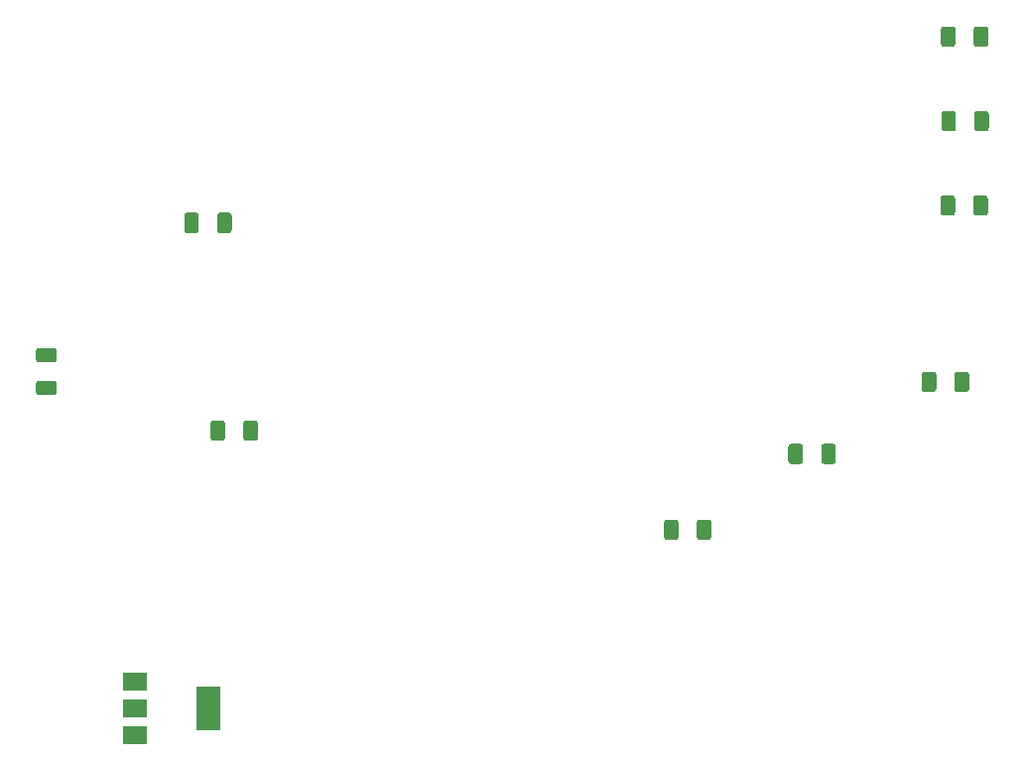
<source format=gbr>
G04 #@! TF.GenerationSoftware,KiCad,Pcbnew,5.1.8-db9833491~88~ubuntu18.04.1*
G04 #@! TF.CreationDate,2020-12-10T12:47:45+05:30*
G04 #@! TF.ProjectId,Permitme_main _sub_V1,5065726d-6974-46d6-955f-6d61696e205f,rev?*
G04 #@! TF.SameCoordinates,Original*
G04 #@! TF.FileFunction,Paste,Bot*
G04 #@! TF.FilePolarity,Positive*
%FSLAX46Y46*%
G04 Gerber Fmt 4.6, Leading zero omitted, Abs format (unit mm)*
G04 Created by KiCad (PCBNEW 5.1.8-db9833491~88~ubuntu18.04.1) date 2020-12-10 12:47:45*
%MOMM*%
%LPD*%
G01*
G04 APERTURE LIST*
%ADD10R,2.000000X3.800000*%
%ADD11R,2.000000X1.500000*%
G04 APERTURE END LIST*
G36*
G01*
X117295000Y-42715000D02*
X117295000Y-41465000D01*
G75*
G02*
X117545000Y-41215000I250000J0D01*
G01*
X118295000Y-41215000D01*
G75*
G02*
X118545000Y-41465000I0J-250000D01*
G01*
X118545000Y-42715000D01*
G75*
G02*
X118295000Y-42965000I-250000J0D01*
G01*
X117545000Y-42965000D01*
G75*
G02*
X117295000Y-42715000I0J250000D01*
G01*
G37*
G36*
G01*
X120095000Y-42715000D02*
X120095000Y-41465000D01*
G75*
G02*
X120345000Y-41215000I250000J0D01*
G01*
X121095000Y-41215000D01*
G75*
G02*
X121345000Y-41465000I0J-250000D01*
G01*
X121345000Y-42715000D01*
G75*
G02*
X121095000Y-42965000I-250000J0D01*
G01*
X120345000Y-42965000D01*
G75*
G02*
X120095000Y-42715000I0J250000D01*
G01*
G37*
G36*
G01*
X94875000Y-76335000D02*
X94875000Y-77585000D01*
G75*
G02*
X94625000Y-77835000I-250000J0D01*
G01*
X93875000Y-77835000D01*
G75*
G02*
X93625000Y-77585000I0J250000D01*
G01*
X93625000Y-76335000D01*
G75*
G02*
X93875000Y-76085000I250000J0D01*
G01*
X94625000Y-76085000D01*
G75*
G02*
X94875000Y-76335000I0J-250000D01*
G01*
G37*
G36*
G01*
X97675000Y-76335000D02*
X97675000Y-77585000D01*
G75*
G02*
X97425000Y-77835000I-250000J0D01*
G01*
X96675000Y-77835000D01*
G75*
G02*
X96425000Y-77585000I0J250000D01*
G01*
X96425000Y-76335000D01*
G75*
G02*
X96675000Y-76085000I250000J0D01*
G01*
X97425000Y-76085000D01*
G75*
G02*
X97675000Y-76335000I0J-250000D01*
G01*
G37*
G36*
G01*
X115615000Y-64965000D02*
X115615000Y-63715000D01*
G75*
G02*
X115865000Y-63465000I250000J0D01*
G01*
X116615000Y-63465000D01*
G75*
G02*
X116865000Y-63715000I0J-250000D01*
G01*
X116865000Y-64965000D01*
G75*
G02*
X116615000Y-65215000I-250000J0D01*
G01*
X115865000Y-65215000D01*
G75*
G02*
X115615000Y-64965000I0J250000D01*
G01*
G37*
G36*
G01*
X118415000Y-64965000D02*
X118415000Y-63715000D01*
G75*
G02*
X118665000Y-63465000I250000J0D01*
G01*
X119415000Y-63465000D01*
G75*
G02*
X119665000Y-63715000I0J-250000D01*
G01*
X119665000Y-64965000D01*
G75*
G02*
X119415000Y-65215000I-250000J0D01*
G01*
X118665000Y-65215000D01*
G75*
G02*
X118415000Y-64965000I0J250000D01*
G01*
G37*
G36*
G01*
X55495000Y-51405000D02*
X55495000Y-50155000D01*
G75*
G02*
X55745000Y-49905000I250000J0D01*
G01*
X56495000Y-49905000D01*
G75*
G02*
X56745000Y-50155000I0J-250000D01*
G01*
X56745000Y-51405000D01*
G75*
G02*
X56495000Y-51655000I-250000J0D01*
G01*
X55745000Y-51655000D01*
G75*
G02*
X55495000Y-51405000I0J250000D01*
G01*
G37*
G36*
G01*
X52695000Y-51405000D02*
X52695000Y-50155000D01*
G75*
G02*
X52945000Y-49905000I250000J0D01*
G01*
X53695000Y-49905000D01*
G75*
G02*
X53945000Y-50155000I0J-250000D01*
G01*
X53945000Y-51405000D01*
G75*
G02*
X53695000Y-51655000I-250000J0D01*
G01*
X52945000Y-51655000D01*
G75*
G02*
X52695000Y-51405000I0J250000D01*
G01*
G37*
G36*
G01*
X107035000Y-71115000D02*
X107035000Y-69865000D01*
G75*
G02*
X107285000Y-69615000I250000J0D01*
G01*
X108035000Y-69615000D01*
G75*
G02*
X108285000Y-69865000I0J-250000D01*
G01*
X108285000Y-71115000D01*
G75*
G02*
X108035000Y-71365000I-250000J0D01*
G01*
X107285000Y-71365000D01*
G75*
G02*
X107035000Y-71115000I0J250000D01*
G01*
G37*
G36*
G01*
X104235000Y-71115000D02*
X104235000Y-69865000D01*
G75*
G02*
X104485000Y-69615000I250000J0D01*
G01*
X105235000Y-69615000D01*
G75*
G02*
X105485000Y-69865000I0J-250000D01*
G01*
X105485000Y-71115000D01*
G75*
G02*
X105235000Y-71365000I-250000J0D01*
G01*
X104485000Y-71365000D01*
G75*
G02*
X104235000Y-71115000I0J250000D01*
G01*
G37*
D10*
X54760000Y-92180000D03*
D11*
X48460000Y-92180000D03*
X48460000Y-89880000D03*
X48460000Y-94480000D03*
G36*
G01*
X56185000Y-67885000D02*
X56185000Y-69135000D01*
G75*
G02*
X55935000Y-69385000I-250000J0D01*
G01*
X55185000Y-69385000D01*
G75*
G02*
X54935000Y-69135000I0J250000D01*
G01*
X54935000Y-67885000D01*
G75*
G02*
X55185000Y-67635000I250000J0D01*
G01*
X55935000Y-67635000D01*
G75*
G02*
X56185000Y-67885000I0J-250000D01*
G01*
G37*
G36*
G01*
X58985000Y-67885000D02*
X58985000Y-69135000D01*
G75*
G02*
X58735000Y-69385000I-250000J0D01*
G01*
X57985000Y-69385000D01*
G75*
G02*
X57735000Y-69135000I0J250000D01*
G01*
X57735000Y-67885000D01*
G75*
G02*
X57985000Y-67635000I250000J0D01*
G01*
X58735000Y-67635000D01*
G75*
G02*
X58985000Y-67885000I0J-250000D01*
G01*
G37*
G36*
G01*
X117215000Y-49915000D02*
X117215000Y-48665000D01*
G75*
G02*
X117465000Y-48415000I250000J0D01*
G01*
X118215000Y-48415000D01*
G75*
G02*
X118465000Y-48665000I0J-250000D01*
G01*
X118465000Y-49915000D01*
G75*
G02*
X118215000Y-50165000I-250000J0D01*
G01*
X117465000Y-50165000D01*
G75*
G02*
X117215000Y-49915000I0J250000D01*
G01*
G37*
G36*
G01*
X120015000Y-49915000D02*
X120015000Y-48665000D01*
G75*
G02*
X120265000Y-48415000I250000J0D01*
G01*
X121015000Y-48415000D01*
G75*
G02*
X121265000Y-48665000I0J-250000D01*
G01*
X121265000Y-49915000D01*
G75*
G02*
X121015000Y-50165000I-250000J0D01*
G01*
X120265000Y-50165000D01*
G75*
G02*
X120015000Y-49915000I0J250000D01*
G01*
G37*
G36*
G01*
X41555000Y-65495000D02*
X40305000Y-65495000D01*
G75*
G02*
X40055000Y-65245000I0J250000D01*
G01*
X40055000Y-64495000D01*
G75*
G02*
X40305000Y-64245000I250000J0D01*
G01*
X41555000Y-64245000D01*
G75*
G02*
X41805000Y-64495000I0J-250000D01*
G01*
X41805000Y-65245000D01*
G75*
G02*
X41555000Y-65495000I-250000J0D01*
G01*
G37*
G36*
G01*
X41555000Y-62695000D02*
X40305000Y-62695000D01*
G75*
G02*
X40055000Y-62445000I0J250000D01*
G01*
X40055000Y-61695000D01*
G75*
G02*
X40305000Y-61445000I250000J0D01*
G01*
X41555000Y-61445000D01*
G75*
G02*
X41805000Y-61695000I0J-250000D01*
G01*
X41805000Y-62445000D01*
G75*
G02*
X41555000Y-62695000I-250000J0D01*
G01*
G37*
G36*
G01*
X120055000Y-35505000D02*
X120055000Y-34255000D01*
G75*
G02*
X120305000Y-34005000I250000J0D01*
G01*
X121055000Y-34005000D01*
G75*
G02*
X121305000Y-34255000I0J-250000D01*
G01*
X121305000Y-35505000D01*
G75*
G02*
X121055000Y-35755000I-250000J0D01*
G01*
X120305000Y-35755000D01*
G75*
G02*
X120055000Y-35505000I0J250000D01*
G01*
G37*
G36*
G01*
X117255000Y-35505000D02*
X117255000Y-34255000D01*
G75*
G02*
X117505000Y-34005000I250000J0D01*
G01*
X118255000Y-34005000D01*
G75*
G02*
X118505000Y-34255000I0J-250000D01*
G01*
X118505000Y-35505000D01*
G75*
G02*
X118255000Y-35755000I-250000J0D01*
G01*
X117505000Y-35755000D01*
G75*
G02*
X117255000Y-35505000I0J250000D01*
G01*
G37*
M02*

</source>
